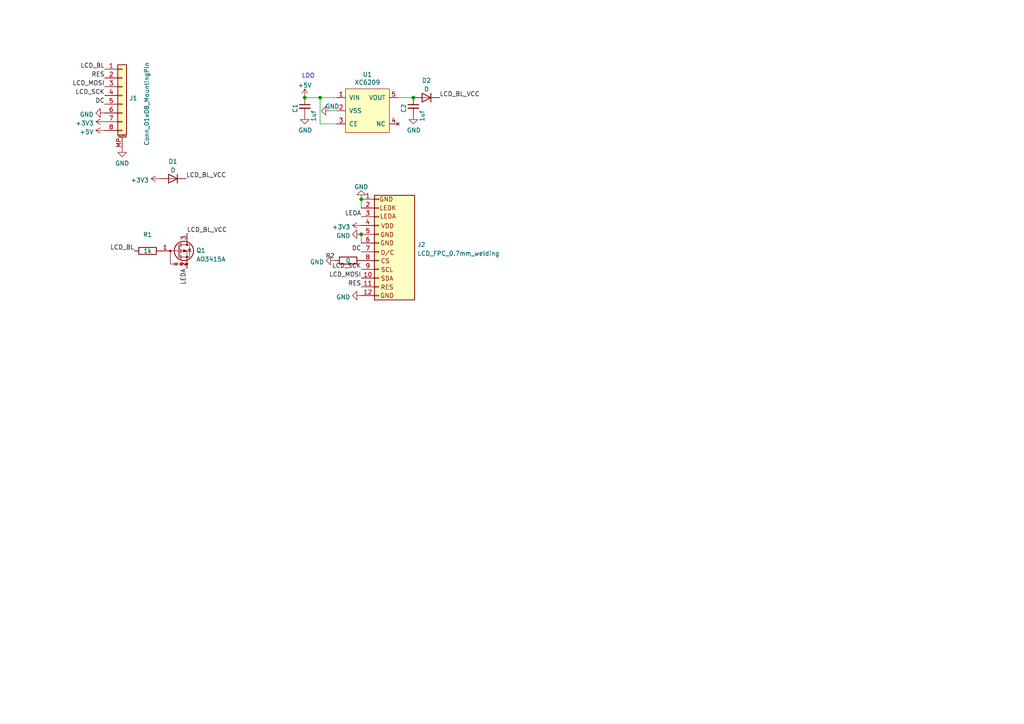
<source format=kicad_sch>
(kicad_sch (version 20211123) (generator eeschema)
  (paper "A4")
  (lib_symbols
    (symbol "Connector_Generic_MountingPin:Conn_01x08_MountingPin" (pin_names (offset 1.016) hide)
      (property "Reference" "J" (at 0 10.16 0))
      (property "Value" "Conn_01x08_MountingPin" (at 1.27 -12.7 0))
      (symbol "Conn_01x08_MountingPin_1_1"
        (rectangle (start -1.27 -10.033) (end 0 -10.287) (stroke (width 0.1524)))
        (rectangle (start -1.27 -7.493) (end 0 -7.747) (stroke (width 0.1524)))
        (rectangle (start -1.27 -4.953) (end 0 -5.207) (stroke (width 0.1524)))
        (rectangle (start -1.27 -2.413) (end 0 -2.667) (stroke (width 0.1524)))
        (rectangle (start -1.27 0.127) (end 0 -0.127) (stroke (width 0.1524)))
        (rectangle (start -1.27 2.667) (end 0 2.413) (stroke (width 0.1524)))
        (rectangle (start -1.27 5.207) (end 0 4.953) (stroke (width 0.1524)))
        (rectangle (start -1.27 7.747) (end 0 7.493) (stroke (width 0.1524)))
        (rectangle (start -1.27 8.89) (end 1.27 -11.43) (stroke (width 0.254)) (fill (type background)))
        (polyline (pts (xy -1.016 -12.192) (xy 1.016 -12.192)) (stroke (width 0.1524)))
        (text "Mounting" (at 0 -11.811 0) (effects (font (size 0.381 0.381))))
        (pin passive line (at -5.08 7.62 0) (length 3.81) (name "Pin_1") (number "1"))
        (pin passive line (at -5.08 5.08 0) (length 3.81) (name "Pin_2") (number "2"))
        (pin passive line (at -5.08 2.54 0) (length 3.81) (name "Pin_3") (number "3"))
        (pin passive line (at -5.08 0 0) (length 3.81) (name "Pin_4") (number "4"))
        (pin passive line (at -5.08 -2.54 0) (length 3.81) (name "Pin_5") (number "5"))
        (pin passive line (at -5.08 -5.08 0) (length 3.81) (name "Pin_6") (number "6"))
        (pin passive line (at -5.08 -7.62 0) (length 3.81) (name "Pin_7") (number "7"))
        (pin passive line (at -5.08 -10.16 0) (length 3.81) (name "Pin_8") (number "8"))
        (pin passive line (at 0 -15.24 90) (length 3.048) (name "MountPin") (number "MP"))
      )
    )
    (symbol "Device:C_Small" (pin_numbers hide) (pin_names (offset 0.254) hide)
      (property "Reference" "C" (at 0.254 1.778 0))
      (property "Value" "C_Small" (at 0.254 -2.032 0))
      (symbol "C_Small_0_1"
        (polyline (pts (xy -1.524 -0.508) (xy 1.524 -0.508)) (stroke (width 0.3302)))
        (polyline (pts (xy -1.524 0.508) (xy 1.524 0.508)) (stroke (width 0.3048)))
      )
      (symbol "C_Small_1_1"
        (pin passive line (at 0 2.54 270) (length 2.032) (name "~") (number "1"))
        (pin passive line (at 0 -2.54 90) (length 2.032) (name "~") (number "2"))
      )
    )
    (symbol "Device:D" (pin_numbers hide) (pin_names (offset 1.016) hide)
      (property "Reference" "D" (at 0 2.54 0))
      (property "Value" "D" (at 0 -2.54 0))
      (symbol "D_0_1"
        (polyline (pts (xy -1.27 1.27) (xy -1.27 -1.27)) (stroke (width 0.254)))
        (polyline (pts (xy 1.27 0) (xy -1.27 0)))
        (polyline (pts (xy 1.27 1.27) (xy 1.27 -1.27) (xy -1.27 0) (xy 1.27 1.27)) (stroke (width 0.254)))
      )
      (symbol "D_1_1"
        (pin passive line (at -3.81 0 0) (length 2.54) (name "K") (number "1"))
        (pin passive line (at 3.81 0 180) (length 2.54) (name "A") (number "2"))
      )
    )
    (symbol "Device:R" (pin_numbers hide) (pin_names (offset 0))
      (property "Reference" "R" (at 2.032 0 90))
      (property "Value" "R" (at 0 0 90))
      (symbol "R_0_1"
        (rectangle (start -1.016 -2.54) (end 1.016 2.54) (stroke (width 0.254)))
      )
      (symbol "R_1_1"
        (pin passive line (at 0 3.81 270) (length 1.27) (name "~") (number "1"))
        (pin passive line (at 0 -3.81 90) (length 1.27) (name "~") (number "2"))
      )
    )
    (symbol "KisonNew:AO3415A" (pin_names (offset 0) hide)
      (property "Reference" "Q" (at 5.08 1.905 0))
      (property "Value" "AO3415A" (at 5.08 0 0))
      (symbol "AO3415A_0_1"
        (polyline (pts (xy 2.54 -3.81) (xy -2.286 -3.81) (xy -2.286 0)))
      )
      (symbol "AO3415A_1_1"
        (circle (center -2.286 0) (radius 0.254) (fill (type outline)))
        (polyline (pts (xy 0.254 0) (xy -2.54 0)))
        (polyline (pts (xy 0.254 1.905) (xy 0.254 -1.905)) (stroke (width 0.254)))
        (polyline (pts (xy 0.762 -1.27) (xy 0.762 -2.286)) (stroke (width 0.254)))
        (polyline (pts (xy 0.762 0.508) (xy 0.762 -0.508)) (stroke (width 0.254)))
        (polyline (pts (xy 0.762 2.286) (xy 0.762 1.27)) (stroke (width 0.254)))
        (polyline (pts (xy 2.54 2.54) (xy 2.54 1.778)))
        (polyline (pts (xy 2.54 -2.54) (xy 2.54 0) (xy 0.762 0)))
        (polyline (pts (xy -0.381 -3.81) (xy -1.016 -3.429) (xy -1.016 -4.191) (xy -0.381 -3.81)))
        (polyline (pts (xy -0.254 -3.302) (xy -0.381 -3.429) (xy -0.381 -4.191) (xy -0.508 -4.318)))
        (polyline (pts (xy 0.508 -4.318) (xy 0.635 -4.191) (xy 0.635 -3.429) (xy 0.762 -3.302)))
        (polyline (pts (xy 0.635 -3.81) (xy 1.27 -4.191) (xy 1.27 -3.429) (xy 0.635 -3.81)))
        (polyline (pts (xy 0.762 -1.778) (xy 3.302 -1.778) (xy 3.302 1.778) (xy 0.762 1.778)))
        (polyline (pts (xy 2.54 0) (xy 1.524 -0.381) (xy 1.524 0.381) (xy 2.54 0)) (fill (type outline)))
        (polyline (pts (xy 3.302 -0.127) (xy 3.683 0.508) (xy 2.921 0.508) (xy 3.302 -0.127)))
        (polyline (pts (xy 3.81 -0.254) (xy 3.683 -0.127) (xy 2.921 -0.127) (xy 2.794 0)))
        (circle (center 1.651 0) (radius 2.794) (stroke (width 0.254)))
        (circle (center 2.54 -3.81) (radius 0.254) (fill (type outline)))
        (circle (center 2.54 -1.778) (radius 0.254) (fill (type outline)))
        (circle (center 2.54 1.778) (radius 0.254) (fill (type outline)))
        (pin input line (at -5.08 0 0) (length 2.54) (name "G") (number "1"))
        (pin passive line (at 2.54 -5.08 90) (length 2.54) (name "S") (number "2"))
        (pin passive line (at 2.54 5.08 270) (length 2.54) (name "D") (number "3"))
      )
    )
    (symbol "KisonNew:LCD_FPC_0.7mm_welding" (pin_names (offset 1.016) hide)
      (property "Reference" "J" (at 0 15.24 0))
      (property "Value" "LCD_FPC_0.7mm_welding" (at 0 -17.78 0))
      (symbol "LCD_FPC_0.7mm_welding_0_0"
        (text "CS" (at 1.905 -5.207 0) (effects (font (size 1.27 1.27))))
        (text "D/C" (at 2.54 -2.794 0) (effects (font (size 1.27 1.27))))
        (text "GND" (at 2.159 12.7 0) (effects (font (size 1.27 1.27))))
        (text "GND" (at 2.413 -15.24 0) (effects (font (size 1.27 1.27))))
        (text "GND" (at 2.413 0 0) (effects (font (size 1.27 1.27))))
        (text "GND" (at 2.413 2.413 0) (effects (font (size 1.27 1.27))))
        (text "LEDA" (at 2.667 7.747 0) (effects (font (size 1.27 1.27))))
        (text "LEDK" (at 2.667 10.16 0) (effects (font (size 1.27 1.27))))
        (text "RES" (at 2.413 -12.827 0) (effects (font (size 1.27 1.27))))
        (text "SCL" (at 2.413 -7.747 0) (effects (font (size 1.27 1.27))))
        (text "SDA" (at 2.413 -10.287 0) (effects (font (size 1.27 1.27))))
        (text "VDD" (at 2.54 4.953 0) (effects (font (size 1.27 1.27))))
      )
      (symbol "LCD_FPC_0.7mm_welding_1_1"
        (rectangle (start -1.27 -15.113) (end 0 -15.367) (stroke (width 0.1524)))
        (rectangle (start -1.27 -12.573) (end 0 -12.827) (stroke (width 0.1524)))
        (rectangle (start -1.27 -10.033) (end 0 -10.287) (stroke (width 0.1524)))
        (rectangle (start -1.27 -7.493) (end 0 -7.747) (stroke (width 0.1524)))
        (rectangle (start -1.27 -4.953) (end 0 -5.207) (stroke (width 0.1524)))
        (rectangle (start -1.27 -2.413) (end 0 -2.667) (stroke (width 0.1524)))
        (rectangle (start -1.27 0.127) (end 0 -0.127) (stroke (width 0.1524)))
        (rectangle (start -1.27 2.667) (end 0 2.413) (stroke (width 0.1524)))
        (rectangle (start -1.27 5.207) (end 0 4.953) (stroke (width 0.1524)))
        (rectangle (start -1.27 7.747) (end 0 7.493) (stroke (width 0.1524)))
        (rectangle (start -1.27 10.287) (end 0 10.033) (stroke (width 0.1524)))
        (rectangle (start -1.27 12.827) (end 0 12.573) (stroke (width 0.1524)))
        (rectangle (start -1.27 13.843) (end 10.414 -16.51) (stroke (width 0.254)) (fill (type background)))
        (pin passive line (at -5.08 12.7 0) (length 3.81) (name "Pin_1") (number "1"))
        (pin passive line (at -5.08 -10.16 0) (length 3.81) (name "Pin_10") (number "10"))
        (pin passive line (at -5.08 -12.7 0) (length 3.81) (name "Pin_11") (number "11"))
        (pin passive line (at -5.08 -15.24 0) (length 3.81) (name "Pin_12") (number "12"))
        (pin passive line (at -5.08 10.16 0) (length 3.81) (name "Pin_2") (number "2"))
        (pin passive line (at -5.08 7.62 0) (length 3.81) (name "Pin_3") (number "3"))
        (pin passive line (at -5.08 5.08 0) (length 3.81) (name "Pin_4") (number "4"))
        (pin passive line (at -5.08 2.54 0) (length 3.81) (name "Pin_5") (number "5"))
        (pin passive line (at -5.08 0 0) (length 3.81) (name "Pin_6") (number "6"))
        (pin passive line (at -5.08 -2.54 0) (length 3.81) (name "Pin_7") (number "7"))
        (pin passive line (at -5.08 -5.08 0) (length 3.81) (name "Pin_8") (number "8"))
        (pin passive line (at -5.08 -7.62 0) (length 3.81) (name "Pin_9") (number "9"))
      )
    )
    (symbol "open-Smartwatch:XC6209" (pin_names (offset 1.016))
      (property "Reference" "U" (at 0 7.62 0))
      (property "Value" "XC6209" (at 0 -7.62 0))
      (symbol "XC6209_0_1"
        (rectangle (start -6.35 6.35) (end 6.35 -6.35) (fill (type background)))
      )
      (symbol "XC6209_1_1"
        (pin power_in line (at -8.89 3.81 0) (length 2.54) (name "VIN") (number "1"))
        (pin power_in line (at -8.89 0 0) (length 2.54) (name "VSS") (number "2"))
        (pin input line (at -8.89 -3.81 0) (length 2.54) (name "CE") (number "3"))
        (pin no_connect line (at 8.89 -3.81 180) (length 2.54) (name "NC") (number "4"))
        (pin power_out line (at 8.89 3.81 180) (length 2.54) (name "VOUT") (number "5"))
      )
    )
    (symbol "power:+3V3" (power) (pin_names (offset 0))
      (property "Value" "+3V3" (at 0 3.556 0))
      (symbol "+3V3_0_1"
        (polyline (pts (xy -0.762 1.27) (xy 0 2.54)))
        (polyline (pts (xy 0 0) (xy 0 2.54)))
        (polyline (pts (xy 0 2.54) (xy 0.762 1.27)))
      )
      (symbol "+3V3_1_1"
        (pin power_in line (at 0 0 90) (length 0) hide (name "+3V3") (number "1"))
      )
    )
    (symbol "power:+5V" (power) (pin_names (offset 0))
      (property "Value" "+5V" (at 0 3.556 0))
      (symbol "+5V_0_1"
        (polyline (pts (xy -0.762 1.27) (xy 0 2.54)))
        (polyline (pts (xy 0 0) (xy 0 2.54)))
        (polyline (pts (xy 0 2.54) (xy 0.762 1.27)))
      )
      (symbol "+5V_1_1"
        (pin power_in line (at 0 0 90) (length 0) hide (name "+5V") (number "1"))
      )
    )
    (symbol "power:GND" (power) (pin_names (offset 0))
      (property "Value" "GND" (at 0 -3.81 0))
      (symbol "GND_0_1"
        (polyline (pts (xy 0 0) (xy 0 -1.27) (xy 1.27 -1.27) (xy 0 -2.54) (xy -1.27 -1.27) (xy 0 -1.27)))
      )
      (symbol "GND_1_1"
        (pin power_in line (at 0 0 270) (length 0) hide (name "GND") (number "1"))
      )
    )
  )
  (junction (at 119.888 28.321))
  (junction (at 92.837 28.321))
  (junction (at 104.775 57.785))
  (junction (at 88.392 28.321))
  (junction (at 104.775 67.945))
  (wire (pts (xy 104.775 67.945) (xy 104.775 70.485)))
  (wire (pts (xy 115.443 28.321) (xy 119.888 28.321)))
  (wire (pts (xy 95.758 32.131) (xy 97.663 32.131)))
  (wire (pts (xy 97.663 35.941) (xy 92.837 35.941)))
  (wire (pts (xy 92.837 28.321) (xy 97.663 28.321)))
  (wire (pts (xy 104.775 57.785) (xy 104.775 60.325)))
  (wire (pts (xy 92.837 28.321) (xy 92.837 35.941)))
  (wire (pts (xy 88.392 28.321) (xy 92.837 28.321)))
  (text "LDO" (at 87.503 22.86 0) (effects (font (size 1.27 1.27)) (justify left bottom)))
  (label "LCD_MOSI" (at 30.353 25.146 180))
  (label "RES" (at 104.775 83.185 180))
  (label "LCD_BL_VCC" (at 53.975 51.816 0))
  (label "LCD_SCK" (at 30.353 27.686 180))
  (label "LCD_MOSI" (at 104.775 80.645 180))
  (label "DC" (at 104.775 73.025 180))
  (label "LCD_BL" (at 30.353 20.066 180))
  (label "LCD_BL_VCC" (at 54.229 67.691 0))
  (label "RES" (at 30.353 22.606 180))
  (label "LCD_BL_VCC" (at 127.508 28.321 0))
  (label "DC" (at 30.353 30.226 180))
  (label "LCD_SCK" (at 104.775 78.105 180))
  (label "LCD_BL" (at 38.989 72.771 180))
  (label "LEDA" (at 54.229 77.851 270))
  (label "LEDA" (at 104.775 62.865 180))
  (symbol (lib_id "Device:R") (at 100.965 75.565 90) (unit 1)
    (property "Reference" "R2" (at 95.758 74.168 90))
    (property "Value" "0" (at 100.965 75.565 90))
    (property "Footprint" "Resistor_SMD:R_0402_1005Metric" (effects hide))
  )
  (symbol (lib_id "power:+5V") (at 88.392 28.321 0) (unit 1)
    (property "Reference" "#PWR0109" (effects hide))
    (property "Value" "+5V" (at 88.392 24.7452 0))
  )
  (symbol (lib_id "Device:D") (at 123.698 28.321 180) (unit 1)
    (property "Reference" "D2" (at 123.698 23.3512 0))
    (property "Value" "D" (at 123.698 25.8881 0))
    (property "Footprint" "Resistor_SMD:R_0603_1608Metric" (effects hide))
  )
  (symbol (lib_id "power:GND") (at 104.775 57.785 180) (unit 1)
    (property "Reference" "#PWR0110" (effects hide))
    (property "Value" "GND" (at 104.775 54.2092 0))
  )
  (symbol (lib_id "power:GND") (at 97.155 75.565 270) (unit 1)
    (property "Reference" "#PWR0111" (effects hide))
    (property "Value" "GND" (at 93.9801 75.9988 90) (effects (justify right)))
  )
  (symbol (lib_id "power:+3V3") (at 30.353 35.306 90) (unit 1)
    (property "Reference" "#PWR0102" (effects hide))
    (property "Value" "+3V3" (at 27.178 35.7398 90) (effects (justify left)))
  )
  (symbol (lib_id "power:GND") (at 119.888 33.401 0) (unit 1)
    (property "Reference" "#PWR0106" (effects hide))
    (property "Value" "GND" (at 120.015 37.7952 0))
  )
  (symbol (lib_id "power:GND") (at 104.775 67.945 270) (unit 1)
    (property "Reference" "#PWR0114" (effects hide))
    (property "Value" "GND" (at 101.6001 68.3788 90) (effects (justify right)))
  )
  (symbol (lib_id "power:+5V") (at 30.353 37.846 90) (unit 1)
    (property "Reference" "#PWR0103" (effects hide))
    (property "Value" "+5V" (at 27.1781 38.2798 90) (effects (justify left)))
  )
  (symbol (lib_id "power:+3V3") (at 104.775 65.405 90) (unit 1)
    (property "Reference" "#PWR0113" (effects hide))
    (property "Value" "+3V3" (at 101.6 65.8388 90) (effects (justify left)))
  )
  (symbol (lib_id "KisonNew:AO3415A") (at 51.689 72.771 0) (unit 1)
    (property "Reference" "Q1" (at 56.896 72.6348 0) (effects (justify left)))
    (property "Value" "AO3415A" (at 56.896 75.1717 0) (effects (justify left)))
    (property "Footprint" "Package_TO_SOT_SMD:SOT-523" (effects hide))
  )
  (symbol (lib_id "power:GND") (at 88.392 33.401 0) (unit 1)
    (property "Reference" "#PWR0101" (effects hide))
    (property "Value" "GND" (at 88.519 37.7952 0))
  )
  (symbol (lib_id "power:+3V3") (at 46.355 51.816 90) (unit 1)
    (property "Reference" "#PWR0107" (effects hide))
    (property "Value" "+3V3" (at 43.18 52.2498 90) (effects (justify left)))
  )
  (symbol (lib_id "KisonNew:LCD_FPC_0.7mm_welding") (at 109.855 70.485 0) (unit 1)
    (property "Reference" "J2" (at 121.031 70.9838 0) (effects (justify left)))
    (property "Value" "LCD_FPC_0.7mm_welding" (at 121.031 73.5207 0) (effects (justify left)))
    (property "Footprint" "KisonNew:FPC_welding_0.7mm_P0.4mm" (effects hide))
  )
  (symbol (lib_id "power:GND") (at 30.353 32.766 270) (unit 1)
    (property "Reference" "#PWR0105" (effects hide))
    (property "Value" "GND" (at 27.1781 33.1998 90) (effects (justify right)))
  )
  (symbol (lib_id "Device:C_Small") (at 88.392 30.861 0) (unit 1)
    (property "Reference" "C1" (at 85.598 32.766 90) (effects (justify left)))
    (property "Value" "1uf" (at 90.932 35.306 90) (effects (justify left)))
    (property "Footprint" "Capacitor_SMD:C_0402_1005Metric" (effects hide))
  )
  (symbol (lib_id "power:GND") (at 95.758 32.131 270) (unit 1)
    (property "Reference" "#PWR0108" (effects hide))
    (property "Value" "GND" (at 96.393 30.861 90))
  )
  (symbol (lib_id "power:GND") (at 104.775 85.725 270) (unit 1)
    (property "Reference" "#PWR0112" (effects hide))
    (property "Value" "GND" (at 101.6001 86.1588 90) (effects (justify right)))
  )
  (symbol (lib_id "Device:C_Small") (at 119.888 30.861 0) (unit 1)
    (property "Reference" "C2" (at 117.094 32.766 90) (effects (justify left)))
    (property "Value" "1uf" (at 122.428 35.306 90) (effects (justify left)))
    (property "Footprint" "Capacitor_SMD:C_0402_1005Metric" (effects hide))
  )
  (symbol (lib_id "power:GND") (at 35.433 42.926 0) (unit 1)
    (property "Reference" "#PWR0104" (effects hide))
    (property "Value" "GND" (at 35.433 47.3694 0))
  )
  (symbol (lib_id "Device:R") (at 42.799 72.771 90) (unit 1)
    (property "Reference" "R1" (at 42.799 68.0552 90))
    (property "Value" "1k" (at 42.799 72.771 90))
    (property "Footprint" "Resistor_SMD:R_0402_1005Metric" (effects hide))
  )
  (symbol (lib_id "Connector_Generic_MountingPin:Conn_01x08_MountingPin") (at 35.433 27.686 0) (unit 1)
    (property "Reference" "J1" (at 37.465 28.4769 0) (effects (justify left)))
    (property "Value" "Conn_01x08_MountingPin" (at 42.545 42.291 90) (effects (justify left)))
    (property "Footprint" "Connector_FFC-FPC:TE_0-1734839-8_1x08-1MP_P0.5mm_Horizontal" (effects hide))
  )
  (symbol (lib_id "open-Smartwatch:XC6209") (at 106.553 32.131 0) (unit 1)
    (property "Reference" "U1" (at 106.553 21.59 0))
    (property "Value" "XC6209" (at 106.553 23.9014 0))
    (property "Footprint" "Package_TO_SOT_SMD:SOT-23-5" (effects hide))
  )
  (symbol (lib_id "Device:D") (at 50.165 51.816 180) (unit 1)
    (property "Reference" "D1" (at 50.165 46.8462 0))
    (property "Value" "D" (at 50.165 49.3831 0))
    (property "Footprint" "Resistor_SMD:R_0603_1608Metric" (effects hide))
  )
)
</source>
